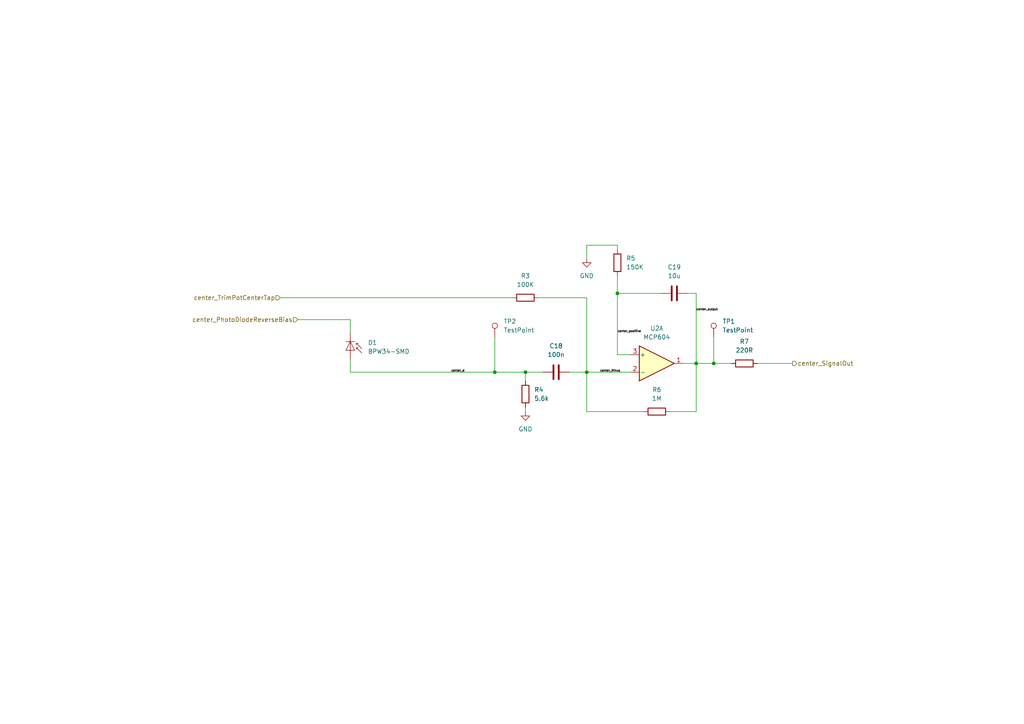
<source format=kicad_sch>
(kicad_sch (version 20230121) (generator eeschema)

  (uuid 89a6079a-6b92-44db-af34-cb012bfb0082)

  (paper "A4")

  (title_block
    (title "ElectronicBLETarget")
    (date "2024-02-03")
    (rev "1")
  )

  (lib_symbols
    (symbol "Amplifier_Operational:MCP604" (pin_names (offset 0.127)) (in_bom yes) (on_board yes)
      (property "Reference" "U" (at 0 5.08 0)
        (effects (font (size 1.27 1.27)) (justify left))
      )
      (property "Value" "MCP604" (at 0 -5.08 0)
        (effects (font (size 1.27 1.27)) (justify left))
      )
      (property "Footprint" "" (at -1.27 2.54 0)
        (effects (font (size 1.27 1.27)) hide)
      )
      (property "Datasheet" "http://ww1.microchip.com/downloads/en/DeviceDoc/21314g.pdf" (at 1.27 5.08 0)
        (effects (font (size 1.27 1.27)) hide)
      )
      (property "ki_locked" "" (at 0 0 0)
        (effects (font (size 1.27 1.27)))
      )
      (property "ki_keywords" "quad opamp" (at 0 0 0)
        (effects (font (size 1.27 1.27)) hide)
      )
      (property "ki_description" "Quad 2.7V to 6.0V Single Supply CMOS Op Amps, DIP-14/SOIC-14/TSSOP-14" (at 0 0 0)
        (effects (font (size 1.27 1.27)) hide)
      )
      (property "ki_fp_filters" "SOIC*3.9x8.7mm*P1.27mm* DIP*W7.62mm* TSSOP*4.4x5mm*P0.65mm* SSOP*5.3x6.2mm*P0.65mm* MSOP*3x3mm*P0.5mm*" (at 0 0 0)
        (effects (font (size 1.27 1.27)) hide)
      )
      (symbol "MCP604_1_1"
        (polyline
          (pts
            (xy -5.08 5.08)
            (xy 5.08 0)
            (xy -5.08 -5.08)
            (xy -5.08 5.08)
          )
          (stroke (width 0.254) (type default))
          (fill (type background))
        )
        (pin output line (at 7.62 0 180) (length 2.54)
          (name "~" (effects (font (size 1.27 1.27))))
          (number "1" (effects (font (size 1.27 1.27))))
        )
        (pin input line (at -7.62 -2.54 0) (length 2.54)
          (name "-" (effects (font (size 1.27 1.27))))
          (number "2" (effects (font (size 1.27 1.27))))
        )
        (pin input line (at -7.62 2.54 0) (length 2.54)
          (name "+" (effects (font (size 1.27 1.27))))
          (number "3" (effects (font (size 1.27 1.27))))
        )
      )
      (symbol "MCP604_2_1"
        (polyline
          (pts
            (xy -5.08 5.08)
            (xy 5.08 0)
            (xy -5.08 -5.08)
            (xy -5.08 5.08)
          )
          (stroke (width 0.254) (type default))
          (fill (type background))
        )
        (pin input line (at -7.62 2.54 0) (length 2.54)
          (name "+" (effects (font (size 1.27 1.27))))
          (number "5" (effects (font (size 1.27 1.27))))
        )
        (pin input line (at -7.62 -2.54 0) (length 2.54)
          (name "-" (effects (font (size 1.27 1.27))))
          (number "6" (effects (font (size 1.27 1.27))))
        )
        (pin output line (at 7.62 0 180) (length 2.54)
          (name "~" (effects (font (size 1.27 1.27))))
          (number "7" (effects (font (size 1.27 1.27))))
        )
      )
      (symbol "MCP604_3_1"
        (polyline
          (pts
            (xy -5.08 5.08)
            (xy 5.08 0)
            (xy -5.08 -5.08)
            (xy -5.08 5.08)
          )
          (stroke (width 0.254) (type default))
          (fill (type background))
        )
        (pin input line (at -7.62 2.54 0) (length 2.54)
          (name "+" (effects (font (size 1.27 1.27))))
          (number "10" (effects (font (size 1.27 1.27))))
        )
        (pin output line (at 7.62 0 180) (length 2.54)
          (name "~" (effects (font (size 1.27 1.27))))
          (number "8" (effects (font (size 1.27 1.27))))
        )
        (pin input line (at -7.62 -2.54 0) (length 2.54)
          (name "-" (effects (font (size 1.27 1.27))))
          (number "9" (effects (font (size 1.27 1.27))))
        )
      )
      (symbol "MCP604_4_1"
        (polyline
          (pts
            (xy -5.08 5.08)
            (xy 5.08 0)
            (xy -5.08 -5.08)
            (xy -5.08 5.08)
          )
          (stroke (width 0.254) (type default))
          (fill (type background))
        )
        (pin input line (at -7.62 2.54 0) (length 2.54)
          (name "+" (effects (font (size 1.27 1.27))))
          (number "12" (effects (font (size 1.27 1.27))))
        )
        (pin input line (at -7.62 -2.54 0) (length 2.54)
          (name "-" (effects (font (size 1.27 1.27))))
          (number "13" (effects (font (size 1.27 1.27))))
        )
        (pin output line (at 7.62 0 180) (length 2.54)
          (name "~" (effects (font (size 1.27 1.27))))
          (number "14" (effects (font (size 1.27 1.27))))
        )
      )
      (symbol "MCP604_5_1"
        (pin power_in line (at -2.54 -7.62 90) (length 3.81)
          (name "V-" (effects (font (size 1.27 1.27))))
          (number "11" (effects (font (size 1.27 1.27))))
        )
        (pin power_in line (at -2.54 7.62 270) (length 3.81)
          (name "V+" (effects (font (size 1.27 1.27))))
          (number "4" (effects (font (size 1.27 1.27))))
        )
      )
    )
    (symbol "Connector:TestPoint" (pin_numbers hide) (pin_names (offset 0.762) hide) (in_bom yes) (on_board yes)
      (property "Reference" "TP" (at 0 6.858 0)
        (effects (font (size 1.27 1.27)))
      )
      (property "Value" "TestPoint" (at 0 5.08 0)
        (effects (font (size 1.27 1.27)))
      )
      (property "Footprint" "" (at 5.08 0 0)
        (effects (font (size 1.27 1.27)) hide)
      )
      (property "Datasheet" "~" (at 5.08 0 0)
        (effects (font (size 1.27 1.27)) hide)
      )
      (property "ki_keywords" "test point tp" (at 0 0 0)
        (effects (font (size 1.27 1.27)) hide)
      )
      (property "ki_description" "test point" (at 0 0 0)
        (effects (font (size 1.27 1.27)) hide)
      )
      (property "ki_fp_filters" "Pin* Test*" (at 0 0 0)
        (effects (font (size 1.27 1.27)) hide)
      )
      (symbol "TestPoint_0_1"
        (circle (center 0 3.302) (radius 0.762)
          (stroke (width 0) (type default))
          (fill (type none))
        )
      )
      (symbol "TestPoint_1_1"
        (pin passive line (at 0 0 90) (length 2.54)
          (name "1" (effects (font (size 1.27 1.27))))
          (number "1" (effects (font (size 1.27 1.27))))
        )
      )
    )
    (symbol "Device:C" (pin_numbers hide) (pin_names (offset 0.254)) (in_bom yes) (on_board yes)
      (property "Reference" "C" (at 0.635 2.54 0)
        (effects (font (size 1.27 1.27)) (justify left))
      )
      (property "Value" "C" (at 0.635 -2.54 0)
        (effects (font (size 1.27 1.27)) (justify left))
      )
      (property "Footprint" "" (at 0.9652 -3.81 0)
        (effects (font (size 1.27 1.27)) hide)
      )
      (property "Datasheet" "~" (at 0 0 0)
        (effects (font (size 1.27 1.27)) hide)
      )
      (property "ki_keywords" "cap capacitor" (at 0 0 0)
        (effects (font (size 1.27 1.27)) hide)
      )
      (property "ki_description" "Unpolarized capacitor" (at 0 0 0)
        (effects (font (size 1.27 1.27)) hide)
      )
      (property "ki_fp_filters" "C_*" (at 0 0 0)
        (effects (font (size 1.27 1.27)) hide)
      )
      (symbol "C_0_1"
        (polyline
          (pts
            (xy -2.032 -0.762)
            (xy 2.032 -0.762)
          )
          (stroke (width 0.508) (type default))
          (fill (type none))
        )
        (polyline
          (pts
            (xy -2.032 0.762)
            (xy 2.032 0.762)
          )
          (stroke (width 0.508) (type default))
          (fill (type none))
        )
      )
      (symbol "C_1_1"
        (pin passive line (at 0 3.81 270) (length 2.794)
          (name "~" (effects (font (size 1.27 1.27))))
          (number "1" (effects (font (size 1.27 1.27))))
        )
        (pin passive line (at 0 -3.81 90) (length 2.794)
          (name "~" (effects (font (size 1.27 1.27))))
          (number "2" (effects (font (size 1.27 1.27))))
        )
      )
    )
    (symbol "Device:R" (pin_numbers hide) (pin_names (offset 0)) (in_bom yes) (on_board yes)
      (property "Reference" "R" (at 2.032 0 90)
        (effects (font (size 1.27 1.27)))
      )
      (property "Value" "R" (at 0 0 90)
        (effects (font (size 1.27 1.27)))
      )
      (property "Footprint" "" (at -1.778 0 90)
        (effects (font (size 1.27 1.27)) hide)
      )
      (property "Datasheet" "~" (at 0 0 0)
        (effects (font (size 1.27 1.27)) hide)
      )
      (property "ki_keywords" "R res resistor" (at 0 0 0)
        (effects (font (size 1.27 1.27)) hide)
      )
      (property "ki_description" "Resistor" (at 0 0 0)
        (effects (font (size 1.27 1.27)) hide)
      )
      (property "ki_fp_filters" "R_*" (at 0 0 0)
        (effects (font (size 1.27 1.27)) hide)
      )
      (symbol "R_0_1"
        (rectangle (start -1.016 -2.54) (end 1.016 2.54)
          (stroke (width 0.254) (type default))
          (fill (type none))
        )
      )
      (symbol "R_1_1"
        (pin passive line (at 0 3.81 270) (length 1.27)
          (name "~" (effects (font (size 1.27 1.27))))
          (number "1" (effects (font (size 1.27 1.27))))
        )
        (pin passive line (at 0 -3.81 90) (length 1.27)
          (name "~" (effects (font (size 1.27 1.27))))
          (number "2" (effects (font (size 1.27 1.27))))
        )
      )
    )
    (symbol "Sensor_Optical:BPW34-SMD" (pin_numbers hide) (pin_names (offset 1.016) hide) (in_bom yes) (on_board yes)
      (property "Reference" "D" (at 0.508 1.778 0)
        (effects (font (size 1.27 1.27)) (justify left))
      )
      (property "Value" "BPW34-SMD" (at -1.016 -2.794 0)
        (effects (font (size 1.27 1.27)))
      )
      (property "Footprint" "OptoDevice:Osram_BPW34S-SMD" (at 0 4.445 0)
        (effects (font (size 1.27 1.27)) hide)
      )
      (property "Datasheet" "https://dammedia.osram.info/media/resource/hires/osram-dam-5488319/BPW%2034%20S_EN.pdf" (at -1.27 0 0)
        (effects (font (size 1.27 1.27)) hide)
      )
      (property "ki_keywords" "opto photodiode" (at 0 0 0)
        (effects (font (size 1.27 1.27)) hide)
      )
      (property "ki_description" "Silicon PIN Photodiode, Area 2.65x2.65mm" (at 0 0 0)
        (effects (font (size 1.27 1.27)) hide)
      )
      (property "ki_fp_filters" "Osram*BPW34S*" (at 0 0 0)
        (effects (font (size 1.27 1.27)) hide)
      )
      (symbol "BPW34-SMD_0_1"
        (polyline
          (pts
            (xy -2.54 1.27)
            (xy -2.54 -1.27)
          )
          (stroke (width 0.1524) (type default))
          (fill (type none))
        )
        (polyline
          (pts
            (xy -2.032 1.778)
            (xy -1.524 1.778)
          )
          (stroke (width 0) (type default))
          (fill (type none))
        )
        (polyline
          (pts
            (xy 0 -1.27)
            (xy 0 1.27)
          )
          (stroke (width 0) (type default))
          (fill (type none))
        )
        (polyline
          (pts
            (xy 0 0)
            (xy -2.54 0)
          )
          (stroke (width 0) (type default))
          (fill (type none))
        )
        (polyline
          (pts
            (xy -0.508 3.302)
            (xy -2.032 1.778)
            (xy -2.032 2.286)
          )
          (stroke (width 0) (type default))
          (fill (type none))
        )
        (polyline
          (pts
            (xy 0 1.27)
            (xy -2.54 0)
            (xy 0 -1.27)
          )
          (stroke (width 0) (type default))
          (fill (type none))
        )
        (polyline
          (pts
            (xy 0.762 3.302)
            (xy -0.762 1.778)
            (xy -0.762 2.286)
            (xy -0.762 1.778)
            (xy -0.254 1.778)
          )
          (stroke (width 0) (type default))
          (fill (type none))
        )
      )
      (symbol "BPW34-SMD_1_1"
        (pin passive line (at -5.08 0 0) (length 2.54)
          (name "K" (effects (font (size 1.27 1.27))))
          (number "1" (effects (font (size 1.27 1.27))))
        )
        (pin passive line (at 2.54 0 180) (length 2.54)
          (name "A" (effects (font (size 1.27 1.27))))
          (number "2" (effects (font (size 1.27 1.27))))
        )
      )
    )
    (symbol "power:GND" (power) (pin_names (offset 0)) (in_bom yes) (on_board yes)
      (property "Reference" "#PWR" (at 0 -6.35 0)
        (effects (font (size 1.27 1.27)) hide)
      )
      (property "Value" "GND" (at 0 -3.81 0)
        (effects (font (size 1.27 1.27)))
      )
      (property "Footprint" "" (at 0 0 0)
        (effects (font (size 1.27 1.27)) hide)
      )
      (property "Datasheet" "" (at 0 0 0)
        (effects (font (size 1.27 1.27)) hide)
      )
      (property "ki_keywords" "global power" (at 0 0 0)
        (effects (font (size 1.27 1.27)) hide)
      )
      (property "ki_description" "Power symbol creates a global label with name \"GND\" , ground" (at 0 0 0)
        (effects (font (size 1.27 1.27)) hide)
      )
      (symbol "GND_0_1"
        (polyline
          (pts
            (xy 0 0)
            (xy 0 -1.27)
            (xy 1.27 -1.27)
            (xy 0 -2.54)
            (xy -1.27 -1.27)
            (xy 0 -1.27)
          )
          (stroke (width 0) (type default))
          (fill (type none))
        )
      )
      (symbol "GND_1_1"
        (pin power_in line (at 0 0 270) (length 0) hide
          (name "GND" (effects (font (size 1.27 1.27))))
          (number "1" (effects (font (size 1.27 1.27))))
        )
      )
    )
  )

  (junction (at 170.18 107.95) (diameter 0) (color 0 0 0 0)
    (uuid 0e3fdf48-6260-4e14-a22a-7db624fc85dc)
  )
  (junction (at 152.4 107.95) (diameter 0) (color 0 0 0 0)
    (uuid 638ba613-f576-4121-9f0e-ce8dfb4f3869)
  )
  (junction (at 201.93 105.41) (diameter 0) (color 0 0 0 0)
    (uuid 65b2a5ce-f08d-4e26-8554-8bc0532750af)
  )
  (junction (at 207.01 105.41) (diameter 0) (color 0 0 0 0)
    (uuid 670781d8-de2b-498c-aa7c-77246a1fbe2f)
  )
  (junction (at 179.07 85.09) (diameter 0) (color 0 0 0 0)
    (uuid 7279b67e-d670-4ffa-a3a3-1dfedf0f8ba6)
  )
  (junction (at 143.51 107.95) (diameter 0) (color 0 0 0 0)
    (uuid 9af1d4d6-034e-4118-a62d-e203442fe9a3)
  )

  (wire (pts (xy 101.6 92.71) (xy 101.6 96.52))
    (stroke (width 0) (type default))
    (uuid 0349c014-9d8a-4fdf-a9cf-1f442a2133ff)
  )
  (wire (pts (xy 101.6 107.95) (xy 143.51 107.95))
    (stroke (width 0) (type default))
    (uuid 0467a62e-9660-4d99-a79a-5b674788d03f)
  )
  (wire (pts (xy 165.1 107.95) (xy 170.18 107.95))
    (stroke (width 0) (type default))
    (uuid 0bdf45ac-b575-4035-909b-a40c2238c1a9)
  )
  (wire (pts (xy 179.07 85.09) (xy 191.77 85.09))
    (stroke (width 0) (type default))
    (uuid 0e66c5e3-849a-4976-9124-293ccfa1392d)
  )
  (wire (pts (xy 143.51 97.79) (xy 143.51 107.95))
    (stroke (width 0) (type default))
    (uuid 1cb1e236-ce87-4718-8798-13cba41767a0)
  )
  (wire (pts (xy 152.4 107.95) (xy 157.48 107.95))
    (stroke (width 0) (type default))
    (uuid 20092b04-8c80-40c8-bf4a-8606ba64c0ae)
  )
  (wire (pts (xy 199.39 85.09) (xy 201.93 85.09))
    (stroke (width 0) (type default))
    (uuid 2c5f4275-f3f9-4710-b794-e9cb944b1742)
  )
  (wire (pts (xy 152.4 118.11) (xy 152.4 119.38))
    (stroke (width 0) (type default))
    (uuid 323526d7-534a-4f98-952a-caffc91e8694)
  )
  (wire (pts (xy 194.31 119.38) (xy 201.93 119.38))
    (stroke (width 0) (type default))
    (uuid 371cb13b-0574-440f-83a9-679164b52348)
  )
  (wire (pts (xy 219.71 105.41) (xy 229.87 105.41))
    (stroke (width 0) (type default))
    (uuid 53edefa7-96d9-4b28-8d8a-531b1180739d)
  )
  (wire (pts (xy 101.6 104.14) (xy 101.6 107.95))
    (stroke (width 0) (type default))
    (uuid 59390cbb-b43b-4b29-8b7c-3efe893777c4)
  )
  (wire (pts (xy 170.18 107.95) (xy 170.18 119.38))
    (stroke (width 0) (type default))
    (uuid 65adbe04-09e8-40e1-bd40-7379c6ce63a7)
  )
  (wire (pts (xy 201.93 105.41) (xy 207.01 105.41))
    (stroke (width 0) (type default))
    (uuid 6ca1dd77-7884-4be1-a819-9cc651f99454)
  )
  (wire (pts (xy 201.93 119.38) (xy 201.93 105.41))
    (stroke (width 0) (type default))
    (uuid 73567bb4-f0dd-45ed-a97a-336737929506)
  )
  (wire (pts (xy 81.28 86.36) (xy 148.59 86.36))
    (stroke (width 0) (type default))
    (uuid 7d1dd411-2b6a-4c6d-baf7-7e59c69b218b)
  )
  (wire (pts (xy 207.01 105.41) (xy 212.09 105.41))
    (stroke (width 0) (type default))
    (uuid 895fe9b9-1edb-4608-a477-0ea9deb0d71a)
  )
  (wire (pts (xy 198.12 105.41) (xy 201.93 105.41))
    (stroke (width 0) (type default))
    (uuid 8b643576-5341-4a98-884c-1d121724f8c3)
  )
  (wire (pts (xy 170.18 71.12) (xy 170.18 74.93))
    (stroke (width 0) (type default))
    (uuid 90ca1f4d-7a94-49f1-a45d-afa363390108)
  )
  (wire (pts (xy 182.88 102.87) (xy 179.07 102.87))
    (stroke (width 0) (type default))
    (uuid a43439ca-af68-4b05-a38c-54681386da8c)
  )
  (wire (pts (xy 179.07 71.12) (xy 179.07 72.39))
    (stroke (width 0) (type default))
    (uuid a68f07d3-ceb7-48bd-9cc2-3e5f4b7301c9)
  )
  (wire (pts (xy 186.69 119.38) (xy 170.18 119.38))
    (stroke (width 0) (type default))
    (uuid b0d7cb1c-91f7-4224-9c4b-1b5e7c3591e6)
  )
  (wire (pts (xy 170.18 86.36) (xy 170.18 107.95))
    (stroke (width 0) (type default))
    (uuid b17ac4f2-60a6-4229-9c92-5f429006f0db)
  )
  (wire (pts (xy 179.07 85.09) (xy 179.07 80.01))
    (stroke (width 0) (type default))
    (uuid b1fbccb3-bbf3-4621-80da-7bcb75aa423e)
  )
  (wire (pts (xy 152.4 110.49) (xy 152.4 107.95))
    (stroke (width 0) (type default))
    (uuid b45feeb4-8e3a-4aba-9dbb-c344aa383f85)
  )
  (wire (pts (xy 156.21 86.36) (xy 170.18 86.36))
    (stroke (width 0) (type default))
    (uuid baef4078-8f35-4c86-afa0-41f46b6c61de)
  )
  (wire (pts (xy 182.88 107.95) (xy 170.18 107.95))
    (stroke (width 0) (type default))
    (uuid d366a4e4-7221-4a0b-8e2d-fd2e2d448b3a)
  )
  (wire (pts (xy 86.36 92.71) (xy 101.6 92.71))
    (stroke (width 0) (type default))
    (uuid dd9c39a3-9a30-40d9-89e0-b892a22f3bab)
  )
  (wire (pts (xy 179.07 102.87) (xy 179.07 85.09))
    (stroke (width 0) (type default))
    (uuid ddb13df9-e10b-4de4-a3bd-41868076837d)
  )
  (wire (pts (xy 143.51 107.95) (xy 152.4 107.95))
    (stroke (width 0) (type default))
    (uuid e7744750-cea2-4177-aafe-07d17a7750a3)
  )
  (wire (pts (xy 201.93 85.09) (xy 201.93 105.41))
    (stroke (width 0) (type default))
    (uuid e84a736d-36ad-4096-a01e-e4d24f314c5a)
  )
  (wire (pts (xy 179.07 71.12) (xy 170.18 71.12))
    (stroke (width 0) (type default))
    (uuid ef962b12-33a1-42e8-a9d5-c2608d19eb9f)
  )
  (wire (pts (xy 207.01 97.79) (xy 207.01 105.41))
    (stroke (width 0) (type default))
    (uuid fd29c13a-2242-463c-85ce-260fa3b3d1b8)
  )

  (label "center_d" (at 130.81 107.95 0) (fields_autoplaced)
    (effects (font (size 0.6 0.6)) (justify left bottom))
    (uuid 6f8dc832-fbda-4325-a53c-aa280bbbbabc)
  )
  (label "center_positive" (at 179.07 96.52 0) (fields_autoplaced)
    (effects (font (size 0.6 0.6)) (justify left bottom))
    (uuid a70bec95-1049-44c2-9a90-884e92c865fc)
  )
  (label "center_output" (at 201.93 90.17 0) (fields_autoplaced)
    (effects (font (size 0.6 0.6)) (justify left bottom))
    (uuid c599858c-7359-439b-816b-2757de65c34f)
  )
  (label "center_Minus" (at 173.99 107.95 0) (fields_autoplaced)
    (effects (font (size 0.6 0.6)) (justify left bottom))
    (uuid ff34bc30-fe0c-44ad-935c-9f44e7e137ab)
  )

  (hierarchical_label "center_SignalOut" (shape output) (at 229.87 105.41 0) (fields_autoplaced)
    (effects (font (size 1.27 1.27)) (justify left))
    (uuid 816ddaad-5d33-4956-922d-d8c4e53336cb)
  )
  (hierarchical_label "center_PhotoDiodeReverseBias" (shape input) (at 86.36 92.71 180) (fields_autoplaced)
    (effects (font (size 1.27 1.27)) (justify right))
    (uuid e92b1ce3-0aa0-45fc-8d74-8fb5f0491ab3)
  )
  (hierarchical_label "center_TrimPotCenterTap" (shape input) (at 81.28 86.36 180) (fields_autoplaced)
    (effects (font (size 1.27 1.27)) (justify right))
    (uuid e940ab34-bfd4-404e-b203-bb20c6ca2f29)
  )

  (symbol (lib_id "Device:C") (at 195.58 85.09 90) (unit 1)
    (in_bom yes) (on_board yes) (dnp no) (fields_autoplaced)
    (uuid 26360ffc-8339-4b13-9930-0b5ebdb67563)
    (property "Reference" "C19" (at 195.58 77.47 90)
      (effects (font (size 1.27 1.27)))
    )
    (property "Value" "10u" (at 195.58 80.01 90)
      (effects (font (size 1.27 1.27)))
    )
    (property "Footprint" "Capacitor_SMD:C_0603_1608Metric" (at 199.39 84.1248 0)
      (effects (font (size 1.27 1.27)) hide)
    )
    (property "Datasheet" "~" (at 195.58 85.09 0)
      (effects (font (size 1.27 1.27)) hide)
    )
    (property "Distributor" "https://www2.mouser.com/ProductDetail/Murata-Electronics/GRT188R61A106KE13D?qs=drgMNd%252BkGPNPX%2FZOd6cIlg%3D%3D" (at 195.58 85.09 0)
      (effects (font (size 1.27 1.27)) hide)
    )
    (property "Manufacturer" "Murata Electronics" (at 195.58 85.09 0)
      (effects (font (size 1.27 1.27)) hide)
    )
    (property "Manufacturer Part Number" "GRT188R61A106KE13D" (at 195.58 85.09 0)
      (effects (font (size 1.27 1.27)) hide)
    )
    (pin "2" (uuid 1606a61f-9ccb-4120-b945-9d6be2a26001))
    (pin "1" (uuid 8d074a6b-90c8-4334-b3f6-e1ede0979d67))
    (instances
      (project "ElectronicBLETarget"
        (path "/e65ca263-7357-4fa8-aaf0-4e1b74459457/49f09594-2afc-4263-bfc0-820cce7c9974/59fea44c-0a64-4f6c-b8f7-0535f389bda9"
          (reference "C19") (unit 1)
        )
        (path "/e65ca263-7357-4fa8-aaf0-4e1b74459457/49f09594-2afc-4263-bfc0-820cce7c9974/7874cf2c-78dc-45f4-9ca5-22bdae47e0ea"
          (reference "C21") (unit 1)
        )
        (path "/e65ca263-7357-4fa8-aaf0-4e1b74459457/49f09594-2afc-4263-bfc0-820cce7c9974/782e6450-79c1-4497-918b-ae61fd1dd8de"
          (reference "C23") (unit 1)
        )
        (path "/e65ca263-7357-4fa8-aaf0-4e1b74459457/b544718d-3976-4b6d-b3e0-414d205a9f25/46b35db9-a5ac-4d5f-ae47-2420f95d1ec8"
          (reference "C27") (unit 1)
        )
        (path "/e65ca263-7357-4fa8-aaf0-4e1b74459457/5c1d82f3-496f-4676-ae07-761e9a21cefb/8aafd11b-698d-4da6-98db-bb230ff67977"
          (reference "C42") (unit 1)
        )
      )
    )
  )

  (symbol (lib_id "Device:R") (at 215.9 105.41 270) (unit 1)
    (in_bom yes) (on_board yes) (dnp no) (fields_autoplaced)
    (uuid 57acf95b-d147-4392-8420-60d48ac968c9)
    (property "Reference" "R7" (at 215.9 99.06 90)
      (effects (font (size 1.27 1.27)))
    )
    (property "Value" "220R" (at 215.9 101.6 90)
      (effects (font (size 1.27 1.27)))
    )
    (property "Footprint" "Resistor_SMD:R_0402_1005Metric" (at 215.9 103.632 90)
      (effects (font (size 1.27 1.27)) hide)
    )
    (property "Datasheet" "~" (at 215.9 105.41 0)
      (effects (font (size 1.27 1.27)) hide)
    )
    (property "Distributor" "https://www2.mouser.com/ProductDetail/YAGEO/RC0402FR-07221RL?qs=YDy31nmf64y04UoKIvC83Q%3D%3D" (at 215.9 105.41 0)
      (effects (font (size 1.27 1.27)) hide)
    )
    (property "Manufacturer" "YAGEO" (at 215.9 105.41 0)
      (effects (font (size 1.27 1.27)) hide)
    )
    (property "Manufacturer Part Number" "RC0402FR-07221RL" (at 215.9 105.41 0)
      (effects (font (size 1.27 1.27)) hide)
    )
    (pin "2" (uuid 9da1da9d-4c61-4485-8de4-a836dec8c8a1))
    (pin "1" (uuid e35416b3-f8b1-42c9-82da-ef04b41d52c6))
    (instances
      (project "ElectronicBLETarget"
        (path "/e65ca263-7357-4fa8-aaf0-4e1b74459457/49f09594-2afc-4263-bfc0-820cce7c9974/59fea44c-0a64-4f6c-b8f7-0535f389bda9"
          (reference "R7") (unit 1)
        )
        (path "/e65ca263-7357-4fa8-aaf0-4e1b74459457/49f09594-2afc-4263-bfc0-820cce7c9974/7874cf2c-78dc-45f4-9ca5-22bdae47e0ea"
          (reference "R12") (unit 1)
        )
        (path "/e65ca263-7357-4fa8-aaf0-4e1b74459457/49f09594-2afc-4263-bfc0-820cce7c9974/782e6450-79c1-4497-918b-ae61fd1dd8de"
          (reference "R17") (unit 1)
        )
        (path "/e65ca263-7357-4fa8-aaf0-4e1b74459457/b544718d-3976-4b6d-b3e0-414d205a9f25/46b35db9-a5ac-4d5f-ae47-2420f95d1ec8"
          (reference "R27") (unit 1)
        )
        (path "/e65ca263-7357-4fa8-aaf0-4e1b74459457/5c1d82f3-496f-4676-ae07-761e9a21cefb/8aafd11b-698d-4da6-98db-bb230ff67977"
          (reference "R65") (unit 1)
        )
      )
    )
  )

  (symbol (lib_id "Device:R") (at 190.5 119.38 90) (unit 1)
    (in_bom yes) (on_board yes) (dnp no) (fields_autoplaced)
    (uuid 79669f9a-cbfb-417c-a28b-890e54efadaa)
    (property "Reference" "R6" (at 190.5 113.03 90)
      (effects (font (size 1.27 1.27)))
    )
    (property "Value" "1M" (at 190.5 115.57 90)
      (effects (font (size 1.27 1.27)))
    )
    (property "Footprint" "Resistor_SMD:R_0402_1005Metric" (at 190.5 121.158 90)
      (effects (font (size 1.27 1.27)) hide)
    )
    (property "Datasheet" "~" (at 190.5 119.38 0)
      (effects (font (size 1.27 1.27)) hide)
    )
    (property "Distributor" "https://www2.mouser.com/ProductDetail/YAGEO/RC0402FR-071MP?qs=qpJ%252B%252B%252Bdg6p3ZHXW8hUlwzA%3D%3D" (at 190.5 119.38 0)
      (effects (font (size 1.27 1.27)) hide)
    )
    (property "Manufacturer" "YAEGO" (at 190.5 119.38 0)
      (effects (font (size 1.27 1.27)) hide)
    )
    (property "Manufacturer Part Number" "RC0402FR-071MP" (at 190.5 119.38 0)
      (effects (font (size 1.27 1.27)) hide)
    )
    (pin "2" (uuid 69fba013-11c6-4b87-8ae6-7cb4130494aa))
    (pin "1" (uuid adce3241-054b-4abb-babb-a9e00310c596))
    (instances
      (project "ElectronicBLETarget"
        (path "/e65ca263-7357-4fa8-aaf0-4e1b74459457/49f09594-2afc-4263-bfc0-820cce7c9974/59fea44c-0a64-4f6c-b8f7-0535f389bda9"
          (reference "R6") (unit 1)
        )
        (path "/e65ca263-7357-4fa8-aaf0-4e1b74459457/49f09594-2afc-4263-bfc0-820cce7c9974/7874cf2c-78dc-45f4-9ca5-22bdae47e0ea"
          (reference "R11") (unit 1)
        )
        (path "/e65ca263-7357-4fa8-aaf0-4e1b74459457/49f09594-2afc-4263-bfc0-820cce7c9974/782e6450-79c1-4497-918b-ae61fd1dd8de"
          (reference "R16") (unit 1)
        )
        (path "/e65ca263-7357-4fa8-aaf0-4e1b74459457/b544718d-3976-4b6d-b3e0-414d205a9f25/46b35db9-a5ac-4d5f-ae47-2420f95d1ec8"
          (reference "R26") (unit 1)
        )
        (path "/e65ca263-7357-4fa8-aaf0-4e1b74459457/5c1d82f3-496f-4676-ae07-761e9a21cefb/8aafd11b-698d-4da6-98db-bb230ff67977"
          (reference "R64") (unit 1)
        )
      )
    )
  )

  (symbol (lib_id "Amplifier_Operational:MCP604") (at 190.5 105.41 0) (unit 1)
    (in_bom yes) (on_board yes) (dnp no) (fields_autoplaced)
    (uuid 85079d11-51a2-4ab8-9e3a-1a4f7da12730)
    (property "Reference" "U2" (at 190.5 95.25 0)
      (effects (font (size 1.27 1.27)))
    )
    (property "Value" "MCP604" (at 190.5 97.79 0)
      (effects (font (size 1.27 1.27)))
    )
    (property "Footprint" "ElectronicBLETarget_PCBFootprints:SOIC-14_3.9x8.7mm_P1.27mm" (at 189.23 102.87 0)
      (effects (font (size 1.27 1.27)) hide)
    )
    (property "Datasheet" "https://www2.mouser.com/datasheet/2/268/21669D-1180278.pdf" (at 191.77 100.33 0)
      (effects (font (size 1.27 1.27)) hide)
    )
    (property "Distributor" "https://www2.mouser.com/ProductDetail/Microchip-Technology/MCP6044-I-SL?qs=Yx6ahBY6%252BSBWFG0wBCI4%2FA%3D%3D&_gl=1*oc0vmt*_ga*NDY3NDU2NzcuMTcwNTQ5MzI1Mg..*_ga_15W4STQT4T*MTcxMjQxNzM2Ni45LjEuMTcxMjQxNzg0NC44LjAuMA..*_ga_1KQLCYKRX3*MTcxMDc3NDc1NS4zLjAuMTcxMDc3NDc1OC4wLjAuMA.." (at 190.5 105.41 0)
      (effects (font (size 1.27 1.27)) hide)
    )
    (property "Manufacturer" "Microchip Technology" (at 190.5 105.41 0)
      (effects (font (size 1.27 1.27)) hide)
    )
    (property "Manufacturer Part Number" "MCP6044-I/SL" (at 190.5 105.41 0)
      (effects (font (size 1.27 1.27)) hide)
    )
    (pin "7" (uuid 7a81f82c-6d5a-40d0-87ca-b0db901379bb))
    (pin "3" (uuid f521880f-2b40-40f6-9b4e-e4845fda93c9))
    (pin "4" (uuid ecb57a54-d318-485e-9759-06c8cc7f1b63))
    (pin "2" (uuid 3ee84470-0449-4301-844f-f646f1f6dc8c))
    (pin "14" (uuid 64482b34-8f6f-410d-8bb1-63bf4abcffc6))
    (pin "10" (uuid c474b51b-d21f-474d-ab85-f8565aece012))
    (pin "12" (uuid 22197ab0-7db6-471f-836b-cf53764e8588))
    (pin "13" (uuid ba4c27d9-a29f-4329-967b-da694094f84f))
    (pin "6" (uuid e569b10d-d541-45ce-9d58-60f952aa2b36))
    (pin "5" (uuid 27f90559-cac7-4d3f-9f59-642e3ae8bd79))
    (pin "9" (uuid b471a340-ba6c-4792-b125-c7897980b13c))
    (pin "1" (uuid 14096e9f-a1eb-4589-ab15-63acd0bbf448))
    (pin "8" (uuid 6621f91b-b020-4242-83fd-8f49fd5885ec))
    (pin "11" (uuid 958f1c67-41a5-406f-985e-c31c8db2bc0c))
    (instances
      (project "ElectronicBLETarget"
        (path "/e65ca263-7357-4fa8-aaf0-4e1b74459457/49f09594-2afc-4263-bfc0-820cce7c9974/59fea44c-0a64-4f6c-b8f7-0535f389bda9"
          (reference "U2") (unit 1)
        )
        (path "/e65ca263-7357-4fa8-aaf0-4e1b74459457/49f09594-2afc-4263-bfc0-820cce7c9974/7874cf2c-78dc-45f4-9ca5-22bdae47e0ea"
          (reference "U3") (unit 2)
        )
        (path "/e65ca263-7357-4fa8-aaf0-4e1b74459457/49f09594-2afc-4263-bfc0-820cce7c9974/782e6450-79c1-4497-918b-ae61fd1dd8de"
          (reference "U3") (unit 3)
        )
        (path "/e65ca263-7357-4fa8-aaf0-4e1b74459457/b544718d-3976-4b6d-b3e0-414d205a9f25/46b35db9-a5ac-4d5f-ae47-2420f95d1ec8"
          (reference "U2") (unit 3)
        )
        (path "/e65ca263-7357-4fa8-aaf0-4e1b74459457/5c1d82f3-496f-4676-ae07-761e9a21cefb/8aafd11b-698d-4da6-98db-bb230ff67977"
          (reference "U10") (unit 2)
        )
      )
    )
  )

  (symbol (lib_id "Sensor_Optical:BPW34-SMD") (at 101.6 101.6 270) (unit 1)
    (in_bom yes) (on_board yes) (dnp no)
    (uuid 9b296444-cf84-48db-9f29-ea4714eb4ab7)
    (property "Reference" "D1" (at 106.68 99.4029 90)
      (effects (font (size 1.27 1.27)) (justify left))
    )
    (property "Value" "BPW34-SMD" (at 106.68 101.9429 90)
      (effects (font (size 1.27 1.27)) (justify left))
    )
    (property "Footprint" "ElectronicBLETarget_PCBFootprints:Osram_BPW34S-SMD" (at 106.045 101.6 0)
      (effects (font (size 1.27 1.27)) hide)
    )
    (property "Datasheet" "https://dammedia.osram.info/media/resource/hires/osram-dam-5488319/BPW%2034%20S_EN.pdf" (at 101.6 100.33 0)
      (effects (font (size 1.27 1.27)) hide)
    )
    (property "Distributor" "https://www2.mouser.com/ProductDetail/ams-OSRAM/BPW-34-S?qs=vLWxofP3U2zVT0CDmWwS1A%3D%3D" (at 101.6 101.6 0)
      (effects (font (size 1.27 1.27)) hide)
    )
    (property "Manufacturer" "ams OSRAM" (at 101.6 101.6 0)
      (effects (font (size 1.27 1.27)) hide)
    )
    (property "Manufacturer Part Number" "BPW 34 S" (at 101.6 101.6 0)
      (effects (font (size 1.27 1.27)) hide)
    )
    (pin "1" (uuid 16c4af52-402b-4065-a2db-ef8866b0a3af))
    (pin "2" (uuid be3aede2-a0fd-470a-a218-ec0a35b6f6c3))
    (instances
      (project "ElectronicBLETarget"
        (path "/e65ca263-7357-4fa8-aaf0-4e1b74459457/49f09594-2afc-4263-bfc0-820cce7c9974/59fea44c-0a64-4f6c-b8f7-0535f389bda9"
          (reference "D1") (unit 1)
        )
        (path "/e65ca263-7357-4fa8-aaf0-4e1b74459457/49f09594-2afc-4263-bfc0-820cce7c9974/7874cf2c-78dc-45f4-9ca5-22bdae47e0ea"
          (reference "D3") (unit 1)
        )
        (path "/e65ca263-7357-4fa8-aaf0-4e1b74459457/49f09594-2afc-4263-bfc0-820cce7c9974/782e6450-79c1-4497-918b-ae61fd1dd8de"
          (reference "D5") (unit 1)
        )
        (path "/e65ca263-7357-4fa8-aaf0-4e1b74459457/b544718d-3976-4b6d-b3e0-414d205a9f25/46b35db9-a5ac-4d5f-ae47-2420f95d1ec8"
          (reference "D9") (unit 1)
        )
        (path "/e65ca263-7357-4fa8-aaf0-4e1b74459457/5c1d82f3-496f-4676-ae07-761e9a21cefb/8aafd11b-698d-4da6-98db-bb230ff67977"
          (reference "D26") (unit 1)
        )
      )
    )
  )

  (symbol (lib_id "Connector:TestPoint") (at 143.51 97.79 0) (unit 1)
    (in_bom yes) (on_board yes) (dnp no) (fields_autoplaced)
    (uuid a135eb17-a6e7-484c-8b00-8070703552ef)
    (property "Reference" "TP2" (at 146.05 93.218 0)
      (effects (font (size 1.27 1.27)) (justify left))
    )
    (property "Value" "TestPoint" (at 146.05 95.758 0)
      (effects (font (size 1.27 1.27)) (justify left))
    )
    (property "Footprint" "TestPoint:TestPoint_Pad_D1.5mm" (at 148.59 97.79 0)
      (effects (font (size 1.27 1.27)) hide)
    )
    (property "Datasheet" "~" (at 148.59 97.79 0)
      (effects (font (size 1.27 1.27)) hide)
    )
    (property "Distributor" "" (at 143.51 97.79 0)
      (effects (font (size 1.27 1.27)) hide)
    )
    (property "Manufacturer" "" (at 143.51 97.79 0)
      (effects (font (size 1.27 1.27)) hide)
    )
    (property "Manufacturer Part Number" "" (at 143.51 97.79 0)
      (effects (font (size 1.27 1.27)) hide)
    )
    (pin "1" (uuid 4b817677-625f-4006-bd78-5d6f82bab4e4))
    (instances
      (project "ElectronicBLETarget"
        (path "/e65ca263-7357-4fa8-aaf0-4e1b74459457/49f09594-2afc-4263-bfc0-820cce7c9974/59fea44c-0a64-4f6c-b8f7-0535f389bda9"
          (reference "TP2") (unit 1)
        )
        (path "/e65ca263-7357-4fa8-aaf0-4e1b74459457/49f09594-2afc-4263-bfc0-820cce7c9974/7874cf2c-78dc-45f4-9ca5-22bdae47e0ea"
          (reference "TP3") (unit 1)
        )
        (path "/e65ca263-7357-4fa8-aaf0-4e1b74459457/49f09594-2afc-4263-bfc0-820cce7c9974/782e6450-79c1-4497-918b-ae61fd1dd8de"
          (reference "TP5") (unit 1)
        )
        (path "/e65ca263-7357-4fa8-aaf0-4e1b74459457/b544718d-3976-4b6d-b3e0-414d205a9f25/46b35db9-a5ac-4d5f-ae47-2420f95d1ec8"
          (reference "TP9") (unit 1)
        )
        (path "/e65ca263-7357-4fa8-aaf0-4e1b74459457/5c1d82f3-496f-4676-ae07-761e9a21cefb/8aafd11b-698d-4da6-98db-bb230ff67977"
          (reference "TP22") (unit 1)
        )
      )
    )
  )

  (symbol (lib_id "Device:C") (at 161.29 107.95 90) (unit 1)
    (in_bom yes) (on_board yes) (dnp no) (fields_autoplaced)
    (uuid b4a9a1a1-d8fd-48c2-bd9e-c6b27589e7dc)
    (property "Reference" "C18" (at 161.29 100.33 90)
      (effects (font (size 1.27 1.27)))
    )
    (property "Value" "100n" (at 161.29 102.87 90)
      (effects (font (size 1.27 1.27)))
    )
    (property "Footprint" "Capacitor_SMD:C_0402_1005Metric" (at 165.1 106.9848 0)
      (effects (font (size 1.27 1.27)) hide)
    )
    (property "Datasheet" "~" (at 161.29 107.95 0)
      (effects (font (size 1.27 1.27)) hide)
    )
    (property "Distributor" "https://www2.mouser.com/ProductDetail/KYOCERA-AVX/04023C104KAT2A?qs=nNezP%252BoerbAsgsxxIAjFOw%3D%3D" (at 161.29 107.95 0)
      (effects (font (size 1.27 1.27)) hide)
    )
    (property "Manufacturer" "KYOCERA AVX" (at 161.29 107.95 0)
      (effects (font (size 1.27 1.27)) hide)
    )
    (property "Manufacturer Part Number" "04023C104KAT2A" (at 161.29 107.95 0)
      (effects (font (size 1.27 1.27)) hide)
    )
    (pin "1" (uuid 7f8b157d-f726-447a-be92-802fd143a472))
    (pin "2" (uuid 5c45cc2b-2de4-4acb-8cae-cf68f22be1a5))
    (instances
      (project "ElectronicBLETarget"
        (path "/e65ca263-7357-4fa8-aaf0-4e1b74459457/49f09594-2afc-4263-bfc0-820cce7c9974/59fea44c-0a64-4f6c-b8f7-0535f389bda9"
          (reference "C18") (unit 1)
        )
        (path "/e65ca263-7357-4fa8-aaf0-4e1b74459457/49f09594-2afc-4263-bfc0-820cce7c9974/7874cf2c-78dc-45f4-9ca5-22bdae47e0ea"
          (reference "C20") (unit 1)
        )
        (path "/e65ca263-7357-4fa8-aaf0-4e1b74459457/49f09594-2afc-4263-bfc0-820cce7c9974/782e6450-79c1-4497-918b-ae61fd1dd8de"
          (reference "C22") (unit 1)
        )
        (path "/e65ca263-7357-4fa8-aaf0-4e1b74459457/b544718d-3976-4b6d-b3e0-414d205a9f25/46b35db9-a5ac-4d5f-ae47-2420f95d1ec8"
          (reference "C26") (unit 1)
        )
        (path "/e65ca263-7357-4fa8-aaf0-4e1b74459457/5c1d82f3-496f-4676-ae07-761e9a21cefb/8aafd11b-698d-4da6-98db-bb230ff67977"
          (reference "C41") (unit 1)
        )
      )
    )
  )

  (symbol (lib_id "power:GND") (at 152.4 119.38 0) (unit 1)
    (in_bom yes) (on_board yes) (dnp no) (fields_autoplaced)
    (uuid b55e3dbd-bed7-4b4b-be2a-da4b168b2d46)
    (property "Reference" "#PWR022" (at 152.4 125.73 0)
      (effects (font (size 1.27 1.27)) hide)
    )
    (property "Value" "GND" (at 152.4 124.46 0)
      (effects (font (size 1.27 1.27)))
    )
    (property "Footprint" "" (at 152.4 119.38 0)
      (effects (font (size 1.27 1.27)) hide)
    )
    (property "Datasheet" "" (at 152.4 119.38 0)
      (effects (font (size 1.27 1.27)) hide)
    )
    (pin "1" (uuid 1c0c0940-6e6a-4de6-af1a-083738a799b0))
    (instances
      (project "ElectronicBLETarget"
        (path "/e65ca263-7357-4fa8-aaf0-4e1b74459457/49f09594-2afc-4263-bfc0-820cce7c9974/59fea44c-0a64-4f6c-b8f7-0535f389bda9"
          (reference "#PWR022") (unit 1)
        )
        (path "/e65ca263-7357-4fa8-aaf0-4e1b74459457/49f09594-2afc-4263-bfc0-820cce7c9974/7874cf2c-78dc-45f4-9ca5-22bdae47e0ea"
          (reference "#PWR024") (unit 1)
        )
        (path "/e65ca263-7357-4fa8-aaf0-4e1b74459457/49f09594-2afc-4263-bfc0-820cce7c9974/782e6450-79c1-4497-918b-ae61fd1dd8de"
          (reference "#PWR026") (unit 1)
        )
        (path "/e65ca263-7357-4fa8-aaf0-4e1b74459457/b544718d-3976-4b6d-b3e0-414d205a9f25/46b35db9-a5ac-4d5f-ae47-2420f95d1ec8"
          (reference "#PWR032") (unit 1)
        )
        (path "/e65ca263-7357-4fa8-aaf0-4e1b74459457/5c1d82f3-496f-4676-ae07-761e9a21cefb/8aafd11b-698d-4da6-98db-bb230ff67977"
          (reference "#PWR067") (unit 1)
        )
      )
    )
  )

  (symbol (lib_id "Device:R") (at 179.07 76.2 0) (unit 1)
    (in_bom yes) (on_board yes) (dnp no) (fields_autoplaced)
    (uuid c4466930-5fc2-4ffa-b3ff-d40e02caac39)
    (property "Reference" "R5" (at 181.61 74.93 0)
      (effects (font (size 1.27 1.27)) (justify left))
    )
    (property "Value" "150K" (at 181.61 77.47 0)
      (effects (font (size 1.27 1.27)) (justify left))
    )
    (property "Footprint" "Resistor_SMD:R_0402_1005Metric" (at 177.292 76.2 90)
      (effects (font (size 1.27 1.27)) hide)
    )
    (property "Datasheet" "~" (at 179.07 76.2 0)
      (effects (font (size 1.27 1.27)) hide)
    )
    (property "Distributor" "https://www2.mouser.com/ProductDetail/YAGEO/RC0402FR-07150KL?qs=UOUeRUa%252B8Wn3KcUL8sT7JA%3D%3D" (at 179.07 76.2 0)
      (effects (font (size 1.27 1.27)) hide)
    )
    (property "Manufacturer" "YAEGO" (at 179.07 76.2 0)
      (effects (font (size 1.27 1.27)) hide)
    )
    (property "Manufacturer Part Number" "RC0402FR-07150KL" (at 179.07 76.2 0)
      (effects (font (size 1.27 1.27)) hide)
    )
    (pin "1" (uuid 4283aee1-28d3-4dfe-873f-f8c67c554395))
    (pin "2" (uuid 7b73216b-18b5-4812-bfdb-b15bba67eb4c))
    (instances
      (project "ElectronicBLETarget"
        (path "/e65ca263-7357-4fa8-aaf0-4e1b74459457/49f09594-2afc-4263-bfc0-820cce7c9974/59fea44c-0a64-4f6c-b8f7-0535f389bda9"
          (reference "R5") (unit 1)
        )
        (path "/e65ca263-7357-4fa8-aaf0-4e1b74459457/49f09594-2afc-4263-bfc0-820cce7c9974/7874cf2c-78dc-45f4-9ca5-22bdae47e0ea"
          (reference "R10") (unit 1)
        )
        (path "/e65ca263-7357-4fa8-aaf0-4e1b74459457/49f09594-2afc-4263-bfc0-820cce7c9974/782e6450-79c1-4497-918b-ae61fd1dd8de"
          (reference "R15") (unit 1)
        )
        (path "/e65ca263-7357-4fa8-aaf0-4e1b74459457/b544718d-3976-4b6d-b3e0-414d205a9f25/46b35db9-a5ac-4d5f-ae47-2420f95d1ec8"
          (reference "R25") (unit 1)
        )
        (path "/e65ca263-7357-4fa8-aaf0-4e1b74459457/5c1d82f3-496f-4676-ae07-761e9a21cefb/8aafd11b-698d-4da6-98db-bb230ff67977"
          (reference "R63") (unit 1)
        )
      )
    )
  )

  (symbol (lib_id "Device:R") (at 152.4 114.3 0) (unit 1)
    (in_bom yes) (on_board yes) (dnp no) (fields_autoplaced)
    (uuid d53c8245-1975-4c80-94a9-e076fa72693a)
    (property "Reference" "R4" (at 154.94 113.03 0)
      (effects (font (size 1.27 1.27)) (justify left))
    )
    (property "Value" "5.6k" (at 154.94 115.57 0)
      (effects (font (size 1.27 1.27)) (justify left))
    )
    (property "Footprint" "Resistor_SMD:R_0402_1005Metric" (at 150.622 114.3 90)
      (effects (font (size 1.27 1.27)) hide)
    )
    (property "Datasheet" "~" (at 152.4 114.3 0)
      (effects (font (size 1.27 1.27)) hide)
    )
    (property "Distributor" "https://www2.mouser.com/ProductDetail/YAGEO/RC0402FR-075K6P?qs=qpJ%252B%252B%252Bdg6p30gsyyATH7TQ%3D%3D" (at 152.4 114.3 0)
      (effects (font (size 1.27 1.27)) hide)
    )
    (property "Manufacturer" "YAGEO" (at 152.4 114.3 0)
      (effects (font (size 1.27 1.27)) hide)
    )
    (property "Manufacturer Part Number" "RC0402FR-075K6P" (at 152.4 114.3 0)
      (effects (font (size 1.27 1.27)) hide)
    )
    (pin "1" (uuid f61bd730-fb02-40b1-b51f-c968fb4aaff3))
    (pin "2" (uuid aaaa8194-e742-4068-9923-e1046614ee1c))
    (instances
      (project "ElectronicBLETarget"
        (path "/e65ca263-7357-4fa8-aaf0-4e1b74459457/49f09594-2afc-4263-bfc0-820cce7c9974/59fea44c-0a64-4f6c-b8f7-0535f389bda9"
          (reference "R4") (unit 1)
        )
        (path "/e65ca263-7357-4fa8-aaf0-4e1b74459457/49f09594-2afc-4263-bfc0-820cce7c9974/7874cf2c-78dc-45f4-9ca5-22bdae47e0ea"
          (reference "R9") (unit 1)
        )
        (path "/e65ca263-7357-4fa8-aaf0-4e1b74459457/49f09594-2afc-4263-bfc0-820cce7c9974/782e6450-79c1-4497-918b-ae61fd1dd8de"
          (reference "R14") (unit 1)
        )
        (path "/e65ca263-7357-4fa8-aaf0-4e1b74459457/b544718d-3976-4b6d-b3e0-414d205a9f25/46b35db9-a5ac-4d5f-ae47-2420f95d1ec8"
          (reference "R24") (unit 1)
        )
        (path "/e65ca263-7357-4fa8-aaf0-4e1b74459457/5c1d82f3-496f-4676-ae07-761e9a21cefb/8aafd11b-698d-4da6-98db-bb230ff67977"
          (reference "R62") (unit 1)
        )
      )
    )
  )

  (symbol (lib_id "Connector:TestPoint") (at 207.01 97.79 0) (unit 1)
    (in_bom yes) (on_board yes) (dnp no) (fields_autoplaced)
    (uuid d9e7e883-b5e0-4ffc-b272-0233aa491d32)
    (property "Reference" "TP1" (at 209.55 93.218 0)
      (effects (font (size 1.27 1.27)) (justify left))
    )
    (property "Value" "TestPoint" (at 209.55 95.758 0)
      (effects (font (size 1.27 1.27)) (justify left))
    )
    (property "Footprint" "TestPoint:TestPoint_Pad_D1.5mm" (at 212.09 97.79 0)
      (effects (font (size 1.27 1.27)) hide)
    )
    (property "Datasheet" "~" (at 212.09 97.79 0)
      (effects (font (size 1.27 1.27)) hide)
    )
    (property "Distributor" "" (at 207.01 97.79 0)
      (effects (font (size 1.27 1.27)) hide)
    )
    (property "Manufacturer" "" (at 207.01 97.79 0)
      (effects (font (size 1.27 1.27)) hide)
    )
    (property "Manufacturer Part Number" "" (at 207.01 97.79 0)
      (effects (font (size 1.27 1.27)) hide)
    )
    (pin "1" (uuid 646cd737-9e6a-4b54-a082-ef76fd13fb96))
    (instances
      (project "ElectronicBLETarget"
        (path "/e65ca263-7357-4fa8-aaf0-4e1b74459457/49f09594-2afc-4263-bfc0-820cce7c9974/59fea44c-0a64-4f6c-b8f7-0535f389bda9"
          (reference "TP1") (unit 1)
        )
        (path "/e65ca263-7357-4fa8-aaf0-4e1b74459457/49f09594-2afc-4263-bfc0-820cce7c9974/7874cf2c-78dc-45f4-9ca5-22bdae47e0ea"
          (reference "TP4") (unit 1)
        )
        (path "/e65ca263-7357-4fa8-aaf0-4e1b74459457/49f09594-2afc-4263-bfc0-820cce7c9974/782e6450-79c1-4497-918b-ae61fd1dd8de"
          (reference "TP6") (unit 1)
        )
        (path "/e65ca263-7357-4fa8-aaf0-4e1b74459457/b544718d-3976-4b6d-b3e0-414d205a9f25/46b35db9-a5ac-4d5f-ae47-2420f95d1ec8"
          (reference "TP10") (unit 1)
        )
        (path "/e65ca263-7357-4fa8-aaf0-4e1b74459457/5c1d82f3-496f-4676-ae07-761e9a21cefb/8aafd11b-698d-4da6-98db-bb230ff67977"
          (reference "TP23") (unit 1)
        )
      )
    )
  )

  (symbol (lib_id "Device:R") (at 152.4 86.36 90) (unit 1)
    (in_bom yes) (on_board yes) (dnp no) (fields_autoplaced)
    (uuid da488b98-969c-4082-aa1b-95998334c149)
    (property "Reference" "R3" (at 152.4 80.01 90)
      (effects (font (size 1.27 1.27)))
    )
    (property "Value" "100K" (at 152.4 82.55 90)
      (effects (font (size 1.27 1.27)))
    )
    (property "Footprint" "Resistor_SMD:R_0402_1005Metric" (at 152.4 88.138 90)
      (effects (font (size 1.27 1.27)) hide)
    )
    (property "Datasheet" "~" (at 152.4 86.36 0)
      (effects (font (size 1.27 1.27)) hide)
    )
    (property "Distributor" "https://www2.mouser.com/ProductDetail/YAGEO/RC0402FR-07100KL?qs=mnq%2FyloZIXzTlUn7JAHSWg%3D%3D" (at 152.4 86.36 0)
      (effects (font (size 1.27 1.27)) hide)
    )
    (property "Manufacturer" "YAGEO" (at 152.4 86.36 0)
      (effects (font (size 1.27 1.27)) hide)
    )
    (property "Manufacturer Part Number" "RC0402FR-07100KL" (at 152.4 86.36 0)
      (effects (font (size 1.27 1.27)) hide)
    )
    (pin "1" (uuid 8b2d8fc2-a520-42cd-aa30-378350613c96))
    (pin "2" (uuid eab5b2f7-5c58-4d90-bbb7-539e75cc4ae8))
    (instances
      (project "ElectronicBLETarget"
        (path "/e65ca263-7357-4fa8-aaf0-4e1b74459457/49f09594-2afc-4263-bfc0-820cce7c9974/59fea44c-0a64-4f6c-b8f7-0535f389bda9"
          (reference "R3") (unit 1)
        )
        (path "/e65ca263-7357-4fa8-aaf0-4e1b74459457/49f09594-2afc-4263-bfc0-820cce7c9974/7874cf2c-78dc-45f4-9ca5-22bdae47e0ea"
          (reference "R8") (unit 1)
        )
        (path "/e65ca263-7357-4fa8-aaf0-4e1b74459457/49f09594-2afc-4263-bfc0-820cce7c9974/782e6450-79c1-4497-918b-ae61fd1dd8de"
          (reference "R13") (unit 1)
        )
        (path "/e65ca263-7357-4fa8-aaf0-4e1b74459457/b544718d-3976-4b6d-b3e0-414d205a9f25/46b35db9-a5ac-4d5f-ae47-2420f95d1ec8"
          (reference "R23") (unit 1)
        )
        (path "/e65ca263-7357-4fa8-aaf0-4e1b74459457/5c1d82f3-496f-4676-ae07-761e9a21cefb/8aafd11b-698d-4da6-98db-bb230ff67977"
          (reference "R61") (unit 1)
        )
      )
    )
  )

  (symbol (lib_id "power:GND") (at 170.18 74.93 0) (unit 1)
    (in_bom yes) (on_board yes) (dnp no) (fields_autoplaced)
    (uuid f46d2e37-504e-4714-8bbc-72f289a0f376)
    (property "Reference" "#PWR023" (at 170.18 81.28 0)
      (effects (font (size 1.27 1.27)) hide)
    )
    (property "Value" "GND" (at 170.18 80.01 0)
      (effects (font (size 1.27 1.27)))
    )
    (property "Footprint" "" (at 170.18 74.93 0)
      (effects (font (size 1.27 1.27)) hide)
    )
    (property "Datasheet" "" (at 170.18 74.93 0)
      (effects (font (size 1.27 1.27)) hide)
    )
    (pin "1" (uuid 5992419c-0845-4a7d-86dd-9265b2d1af3f))
    (instances
      (project "ElectronicBLETarget"
        (path "/e65ca263-7357-4fa8-aaf0-4e1b74459457/49f09594-2afc-4263-bfc0-820cce7c9974/59fea44c-0a64-4f6c-b8f7-0535f389bda9"
          (reference "#PWR023") (unit 1)
        )
        (path "/e65ca263-7357-4fa8-aaf0-4e1b74459457/49f09594-2afc-4263-bfc0-820cce7c9974/7874cf2c-78dc-45f4-9ca5-22bdae47e0ea"
          (reference "#PWR025") (unit 1)
        )
        (path "/e65ca263-7357-4fa8-aaf0-4e1b74459457/49f09594-2afc-4263-bfc0-820cce7c9974/782e6450-79c1-4497-918b-ae61fd1dd8de"
          (reference "#PWR027") (unit 1)
        )
        (path "/e65ca263-7357-4fa8-aaf0-4e1b74459457/b544718d-3976-4b6d-b3e0-414d205a9f25/46b35db9-a5ac-4d5f-ae47-2420f95d1ec8"
          (reference "#PWR033") (unit 1)
        )
        (path "/e65ca263-7357-4fa8-aaf0-4e1b74459457/5c1d82f3-496f-4676-ae07-761e9a21cefb/8aafd11b-698d-4da6-98db-bb230ff67977"
          (reference "#PWR068") (unit 1)
        )
      )
    )
  )
)

</source>
